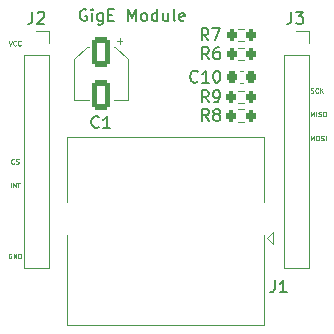
<source format=gbr>
%TF.GenerationSoftware,KiCad,Pcbnew,7.0.7*%
%TF.CreationDate,2023-10-05T19:12:10-06:00*%
%TF.ProjectId,GigE_Module,47696745-5f4d-46f6-9475-6c652e6b6963,rev?*%
%TF.SameCoordinates,Original*%
%TF.FileFunction,Legend,Top*%
%TF.FilePolarity,Positive*%
%FSLAX46Y46*%
G04 Gerber Fmt 4.6, Leading zero omitted, Abs format (unit mm)*
G04 Created by KiCad (PCBNEW 7.0.7) date 2023-10-05 19:12:10*
%MOMM*%
%LPD*%
G01*
G04 APERTURE LIST*
G04 Aperture macros list*
%AMRoundRect*
0 Rectangle with rounded corners*
0 $1 Rounding radius*
0 $2 $3 $4 $5 $6 $7 $8 $9 X,Y pos of 4 corners*
0 Add a 4 corners polygon primitive as box body*
4,1,4,$2,$3,$4,$5,$6,$7,$8,$9,$2,$3,0*
0 Add four circle primitives for the rounded corners*
1,1,$1+$1,$2,$3*
1,1,$1+$1,$4,$5*
1,1,$1+$1,$6,$7*
1,1,$1+$1,$8,$9*
0 Add four rect primitives between the rounded corners*
20,1,$1+$1,$2,$3,$4,$5,0*
20,1,$1+$1,$4,$5,$6,$7,0*
20,1,$1+$1,$6,$7,$8,$9,0*
20,1,$1+$1,$8,$9,$2,$3,0*%
G04 Aperture macros list end*
%ADD10C,0.100000*%
%ADD11C,0.150000*%
%ADD12C,0.120000*%
%ADD13C,3.250000*%
%ADD14R,1.500000X1.500000*%
%ADD15C,1.500000*%
%ADD16C,2.300000*%
%ADD17RoundRect,0.200000X-0.200000X-0.275000X0.200000X-0.275000X0.200000X0.275000X-0.200000X0.275000X0*%
%ADD18R,1.350000X1.350000*%
%ADD19O,1.350000X1.350000*%
%ADD20RoundRect,0.225000X-0.225000X-0.250000X0.225000X-0.250000X0.225000X0.250000X-0.225000X0.250000X0*%
%ADD21RoundRect,0.250000X-0.550000X1.050000X-0.550000X-1.050000X0.550000X-1.050000X0.550000X1.050000X0*%
G04 APERTURE END LIST*
D10*
X131645237Y-103858895D02*
X131607142Y-103839847D01*
X131607142Y-103839847D02*
X131549999Y-103839847D01*
X131549999Y-103839847D02*
X131492856Y-103858895D01*
X131492856Y-103858895D02*
X131454761Y-103896990D01*
X131454761Y-103896990D02*
X131435714Y-103935085D01*
X131435714Y-103935085D02*
X131416666Y-104011276D01*
X131416666Y-104011276D02*
X131416666Y-104068419D01*
X131416666Y-104068419D02*
X131435714Y-104144609D01*
X131435714Y-104144609D02*
X131454761Y-104182704D01*
X131454761Y-104182704D02*
X131492856Y-104220800D01*
X131492856Y-104220800D02*
X131549999Y-104239847D01*
X131549999Y-104239847D02*
X131588095Y-104239847D01*
X131588095Y-104239847D02*
X131645237Y-104220800D01*
X131645237Y-104220800D02*
X131664285Y-104201752D01*
X131664285Y-104201752D02*
X131664285Y-104068419D01*
X131664285Y-104068419D02*
X131588095Y-104068419D01*
X131835714Y-104239847D02*
X131835714Y-103839847D01*
X131835714Y-103839847D02*
X132064285Y-104239847D01*
X132064285Y-104239847D02*
X132064285Y-103839847D01*
X132254762Y-104239847D02*
X132254762Y-103839847D01*
X132254762Y-103839847D02*
X132350000Y-103839847D01*
X132350000Y-103839847D02*
X132407143Y-103858895D01*
X132407143Y-103858895D02*
X132445238Y-103896990D01*
X132445238Y-103896990D02*
X132464285Y-103935085D01*
X132464285Y-103935085D02*
X132483333Y-104011276D01*
X132483333Y-104011276D02*
X132483333Y-104068419D01*
X132483333Y-104068419D02*
X132464285Y-104144609D01*
X132464285Y-104144609D02*
X132445238Y-104182704D01*
X132445238Y-104182704D02*
X132407143Y-104220800D01*
X132407143Y-104220800D02*
X132350000Y-104239847D01*
X132350000Y-104239847D02*
X132254762Y-104239847D01*
X131588095Y-98239847D02*
X131588095Y-97839847D01*
X131778571Y-98239847D02*
X131778571Y-97839847D01*
X131778571Y-97839847D02*
X132007142Y-98239847D01*
X132007142Y-98239847D02*
X132007142Y-97839847D01*
X132140476Y-97839847D02*
X132369047Y-97839847D01*
X132254761Y-98239847D02*
X132254761Y-97839847D01*
X157005714Y-90220800D02*
X157062857Y-90239847D01*
X157062857Y-90239847D02*
X157158095Y-90239847D01*
X157158095Y-90239847D02*
X157196190Y-90220800D01*
X157196190Y-90220800D02*
X157215238Y-90201752D01*
X157215238Y-90201752D02*
X157234285Y-90163657D01*
X157234285Y-90163657D02*
X157234285Y-90125561D01*
X157234285Y-90125561D02*
X157215238Y-90087466D01*
X157215238Y-90087466D02*
X157196190Y-90068419D01*
X157196190Y-90068419D02*
X157158095Y-90049371D01*
X157158095Y-90049371D02*
X157081904Y-90030323D01*
X157081904Y-90030323D02*
X157043809Y-90011276D01*
X157043809Y-90011276D02*
X157024762Y-89992228D01*
X157024762Y-89992228D02*
X157005714Y-89954133D01*
X157005714Y-89954133D02*
X157005714Y-89916038D01*
X157005714Y-89916038D02*
X157024762Y-89877942D01*
X157024762Y-89877942D02*
X157043809Y-89858895D01*
X157043809Y-89858895D02*
X157081904Y-89839847D01*
X157081904Y-89839847D02*
X157177143Y-89839847D01*
X157177143Y-89839847D02*
X157234285Y-89858895D01*
X157634285Y-90201752D02*
X157615237Y-90220800D01*
X157615237Y-90220800D02*
X157558095Y-90239847D01*
X157558095Y-90239847D02*
X157519999Y-90239847D01*
X157519999Y-90239847D02*
X157462856Y-90220800D01*
X157462856Y-90220800D02*
X157424761Y-90182704D01*
X157424761Y-90182704D02*
X157405714Y-90144609D01*
X157405714Y-90144609D02*
X157386666Y-90068419D01*
X157386666Y-90068419D02*
X157386666Y-90011276D01*
X157386666Y-90011276D02*
X157405714Y-89935085D01*
X157405714Y-89935085D02*
X157424761Y-89896990D01*
X157424761Y-89896990D02*
X157462856Y-89858895D01*
X157462856Y-89858895D02*
X157519999Y-89839847D01*
X157519999Y-89839847D02*
X157558095Y-89839847D01*
X157558095Y-89839847D02*
X157615237Y-89858895D01*
X157615237Y-89858895D02*
X157634285Y-89877942D01*
X157805714Y-90239847D02*
X157805714Y-89839847D01*
X158034285Y-90239847D02*
X157862856Y-90011276D01*
X158034285Y-89839847D02*
X157805714Y-90068419D01*
D11*
X138009047Y-83192438D02*
X137913809Y-83144819D01*
X137913809Y-83144819D02*
X137770952Y-83144819D01*
X137770952Y-83144819D02*
X137628095Y-83192438D01*
X137628095Y-83192438D02*
X137532857Y-83287676D01*
X137532857Y-83287676D02*
X137485238Y-83382914D01*
X137485238Y-83382914D02*
X137437619Y-83573390D01*
X137437619Y-83573390D02*
X137437619Y-83716247D01*
X137437619Y-83716247D02*
X137485238Y-83906723D01*
X137485238Y-83906723D02*
X137532857Y-84001961D01*
X137532857Y-84001961D02*
X137628095Y-84097200D01*
X137628095Y-84097200D02*
X137770952Y-84144819D01*
X137770952Y-84144819D02*
X137866190Y-84144819D01*
X137866190Y-84144819D02*
X138009047Y-84097200D01*
X138009047Y-84097200D02*
X138056666Y-84049580D01*
X138056666Y-84049580D02*
X138056666Y-83716247D01*
X138056666Y-83716247D02*
X137866190Y-83716247D01*
X138485238Y-84144819D02*
X138485238Y-83478152D01*
X138485238Y-83144819D02*
X138437619Y-83192438D01*
X138437619Y-83192438D02*
X138485238Y-83240057D01*
X138485238Y-83240057D02*
X138532857Y-83192438D01*
X138532857Y-83192438D02*
X138485238Y-83144819D01*
X138485238Y-83144819D02*
X138485238Y-83240057D01*
X139389999Y-83478152D02*
X139389999Y-84287676D01*
X139389999Y-84287676D02*
X139342380Y-84382914D01*
X139342380Y-84382914D02*
X139294761Y-84430533D01*
X139294761Y-84430533D02*
X139199523Y-84478152D01*
X139199523Y-84478152D02*
X139056666Y-84478152D01*
X139056666Y-84478152D02*
X138961428Y-84430533D01*
X139389999Y-84097200D02*
X139294761Y-84144819D01*
X139294761Y-84144819D02*
X139104285Y-84144819D01*
X139104285Y-84144819D02*
X139009047Y-84097200D01*
X139009047Y-84097200D02*
X138961428Y-84049580D01*
X138961428Y-84049580D02*
X138913809Y-83954342D01*
X138913809Y-83954342D02*
X138913809Y-83668628D01*
X138913809Y-83668628D02*
X138961428Y-83573390D01*
X138961428Y-83573390D02*
X139009047Y-83525771D01*
X139009047Y-83525771D02*
X139104285Y-83478152D01*
X139104285Y-83478152D02*
X139294761Y-83478152D01*
X139294761Y-83478152D02*
X139389999Y-83525771D01*
X139866190Y-83621009D02*
X140199523Y-83621009D01*
X140342380Y-84144819D02*
X139866190Y-84144819D01*
X139866190Y-84144819D02*
X139866190Y-83144819D01*
X139866190Y-83144819D02*
X140342380Y-83144819D01*
X141532857Y-84144819D02*
X141532857Y-83144819D01*
X141532857Y-83144819D02*
X141866190Y-83859104D01*
X141866190Y-83859104D02*
X142199523Y-83144819D01*
X142199523Y-83144819D02*
X142199523Y-84144819D01*
X142818571Y-84144819D02*
X142723333Y-84097200D01*
X142723333Y-84097200D02*
X142675714Y-84049580D01*
X142675714Y-84049580D02*
X142628095Y-83954342D01*
X142628095Y-83954342D02*
X142628095Y-83668628D01*
X142628095Y-83668628D02*
X142675714Y-83573390D01*
X142675714Y-83573390D02*
X142723333Y-83525771D01*
X142723333Y-83525771D02*
X142818571Y-83478152D01*
X142818571Y-83478152D02*
X142961428Y-83478152D01*
X142961428Y-83478152D02*
X143056666Y-83525771D01*
X143056666Y-83525771D02*
X143104285Y-83573390D01*
X143104285Y-83573390D02*
X143151904Y-83668628D01*
X143151904Y-83668628D02*
X143151904Y-83954342D01*
X143151904Y-83954342D02*
X143104285Y-84049580D01*
X143104285Y-84049580D02*
X143056666Y-84097200D01*
X143056666Y-84097200D02*
X142961428Y-84144819D01*
X142961428Y-84144819D02*
X142818571Y-84144819D01*
X144009047Y-84144819D02*
X144009047Y-83144819D01*
X144009047Y-84097200D02*
X143913809Y-84144819D01*
X143913809Y-84144819D02*
X143723333Y-84144819D01*
X143723333Y-84144819D02*
X143628095Y-84097200D01*
X143628095Y-84097200D02*
X143580476Y-84049580D01*
X143580476Y-84049580D02*
X143532857Y-83954342D01*
X143532857Y-83954342D02*
X143532857Y-83668628D01*
X143532857Y-83668628D02*
X143580476Y-83573390D01*
X143580476Y-83573390D02*
X143628095Y-83525771D01*
X143628095Y-83525771D02*
X143723333Y-83478152D01*
X143723333Y-83478152D02*
X143913809Y-83478152D01*
X143913809Y-83478152D02*
X144009047Y-83525771D01*
X144913809Y-83478152D02*
X144913809Y-84144819D01*
X144485238Y-83478152D02*
X144485238Y-84001961D01*
X144485238Y-84001961D02*
X144532857Y-84097200D01*
X144532857Y-84097200D02*
X144628095Y-84144819D01*
X144628095Y-84144819D02*
X144770952Y-84144819D01*
X144770952Y-84144819D02*
X144866190Y-84097200D01*
X144866190Y-84097200D02*
X144913809Y-84049580D01*
X145532857Y-84144819D02*
X145437619Y-84097200D01*
X145437619Y-84097200D02*
X145390000Y-84001961D01*
X145390000Y-84001961D02*
X145390000Y-83144819D01*
X146294762Y-84097200D02*
X146199524Y-84144819D01*
X146199524Y-84144819D02*
X146009048Y-84144819D01*
X146009048Y-84144819D02*
X145913810Y-84097200D01*
X145913810Y-84097200D02*
X145866191Y-84001961D01*
X145866191Y-84001961D02*
X145866191Y-83621009D01*
X145866191Y-83621009D02*
X145913810Y-83525771D01*
X145913810Y-83525771D02*
X146009048Y-83478152D01*
X146009048Y-83478152D02*
X146199524Y-83478152D01*
X146199524Y-83478152D02*
X146294762Y-83525771D01*
X146294762Y-83525771D02*
X146342381Y-83621009D01*
X146342381Y-83621009D02*
X146342381Y-83716247D01*
X146342381Y-83716247D02*
X145866191Y-83811485D01*
D10*
X131883333Y-96201752D02*
X131864285Y-96220800D01*
X131864285Y-96220800D02*
X131807143Y-96239847D01*
X131807143Y-96239847D02*
X131769047Y-96239847D01*
X131769047Y-96239847D02*
X131711904Y-96220800D01*
X131711904Y-96220800D02*
X131673809Y-96182704D01*
X131673809Y-96182704D02*
X131654762Y-96144609D01*
X131654762Y-96144609D02*
X131635714Y-96068419D01*
X131635714Y-96068419D02*
X131635714Y-96011276D01*
X131635714Y-96011276D02*
X131654762Y-95935085D01*
X131654762Y-95935085D02*
X131673809Y-95896990D01*
X131673809Y-95896990D02*
X131711904Y-95858895D01*
X131711904Y-95858895D02*
X131769047Y-95839847D01*
X131769047Y-95839847D02*
X131807143Y-95839847D01*
X131807143Y-95839847D02*
X131864285Y-95858895D01*
X131864285Y-95858895D02*
X131883333Y-95877942D01*
X132035714Y-96220800D02*
X132092857Y-96239847D01*
X132092857Y-96239847D02*
X132188095Y-96239847D01*
X132188095Y-96239847D02*
X132226190Y-96220800D01*
X132226190Y-96220800D02*
X132245238Y-96201752D01*
X132245238Y-96201752D02*
X132264285Y-96163657D01*
X132264285Y-96163657D02*
X132264285Y-96125561D01*
X132264285Y-96125561D02*
X132245238Y-96087466D01*
X132245238Y-96087466D02*
X132226190Y-96068419D01*
X132226190Y-96068419D02*
X132188095Y-96049371D01*
X132188095Y-96049371D02*
X132111904Y-96030323D01*
X132111904Y-96030323D02*
X132073809Y-96011276D01*
X132073809Y-96011276D02*
X132054762Y-95992228D01*
X132054762Y-95992228D02*
X132035714Y-95954133D01*
X132035714Y-95954133D02*
X132035714Y-95916038D01*
X132035714Y-95916038D02*
X132054762Y-95877942D01*
X132054762Y-95877942D02*
X132073809Y-95858895D01*
X132073809Y-95858895D02*
X132111904Y-95839847D01*
X132111904Y-95839847D02*
X132207143Y-95839847D01*
X132207143Y-95839847D02*
X132264285Y-95858895D01*
X131416667Y-85829847D02*
X131550000Y-86229847D01*
X131550000Y-86229847D02*
X131683333Y-85829847D01*
X132045238Y-86191752D02*
X132026190Y-86210800D01*
X132026190Y-86210800D02*
X131969048Y-86229847D01*
X131969048Y-86229847D02*
X131930952Y-86229847D01*
X131930952Y-86229847D02*
X131873809Y-86210800D01*
X131873809Y-86210800D02*
X131835714Y-86172704D01*
X131835714Y-86172704D02*
X131816667Y-86134609D01*
X131816667Y-86134609D02*
X131797619Y-86058419D01*
X131797619Y-86058419D02*
X131797619Y-86001276D01*
X131797619Y-86001276D02*
X131816667Y-85925085D01*
X131816667Y-85925085D02*
X131835714Y-85886990D01*
X131835714Y-85886990D02*
X131873809Y-85848895D01*
X131873809Y-85848895D02*
X131930952Y-85829847D01*
X131930952Y-85829847D02*
X131969048Y-85829847D01*
X131969048Y-85829847D02*
X132026190Y-85848895D01*
X132026190Y-85848895D02*
X132045238Y-85867942D01*
X132445238Y-86191752D02*
X132426190Y-86210800D01*
X132426190Y-86210800D02*
X132369048Y-86229847D01*
X132369048Y-86229847D02*
X132330952Y-86229847D01*
X132330952Y-86229847D02*
X132273809Y-86210800D01*
X132273809Y-86210800D02*
X132235714Y-86172704D01*
X132235714Y-86172704D02*
X132216667Y-86134609D01*
X132216667Y-86134609D02*
X132197619Y-86058419D01*
X132197619Y-86058419D02*
X132197619Y-86001276D01*
X132197619Y-86001276D02*
X132216667Y-85925085D01*
X132216667Y-85925085D02*
X132235714Y-85886990D01*
X132235714Y-85886990D02*
X132273809Y-85848895D01*
X132273809Y-85848895D02*
X132330952Y-85829847D01*
X132330952Y-85829847D02*
X132369048Y-85829847D01*
X132369048Y-85829847D02*
X132426190Y-85848895D01*
X132426190Y-85848895D02*
X132445238Y-85867942D01*
X157011429Y-92229847D02*
X157011429Y-91829847D01*
X157011429Y-91829847D02*
X157144762Y-92115561D01*
X157144762Y-92115561D02*
X157278095Y-91829847D01*
X157278095Y-91829847D02*
X157278095Y-92229847D01*
X157468572Y-92229847D02*
X157468572Y-91829847D01*
X157640000Y-92210800D02*
X157697143Y-92229847D01*
X157697143Y-92229847D02*
X157792381Y-92229847D01*
X157792381Y-92229847D02*
X157830476Y-92210800D01*
X157830476Y-92210800D02*
X157849524Y-92191752D01*
X157849524Y-92191752D02*
X157868571Y-92153657D01*
X157868571Y-92153657D02*
X157868571Y-92115561D01*
X157868571Y-92115561D02*
X157849524Y-92077466D01*
X157849524Y-92077466D02*
X157830476Y-92058419D01*
X157830476Y-92058419D02*
X157792381Y-92039371D01*
X157792381Y-92039371D02*
X157716190Y-92020323D01*
X157716190Y-92020323D02*
X157678095Y-92001276D01*
X157678095Y-92001276D02*
X157659048Y-91982228D01*
X157659048Y-91982228D02*
X157640000Y-91944133D01*
X157640000Y-91944133D02*
X157640000Y-91906038D01*
X157640000Y-91906038D02*
X157659048Y-91867942D01*
X157659048Y-91867942D02*
X157678095Y-91848895D01*
X157678095Y-91848895D02*
X157716190Y-91829847D01*
X157716190Y-91829847D02*
X157811429Y-91829847D01*
X157811429Y-91829847D02*
X157868571Y-91848895D01*
X158116190Y-91829847D02*
X158192381Y-91829847D01*
X158192381Y-91829847D02*
X158230476Y-91848895D01*
X158230476Y-91848895D02*
X158268571Y-91886990D01*
X158268571Y-91886990D02*
X158287619Y-91963180D01*
X158287619Y-91963180D02*
X158287619Y-92096514D01*
X158287619Y-92096514D02*
X158268571Y-92172704D01*
X158268571Y-92172704D02*
X158230476Y-92210800D01*
X158230476Y-92210800D02*
X158192381Y-92229847D01*
X158192381Y-92229847D02*
X158116190Y-92229847D01*
X158116190Y-92229847D02*
X158078095Y-92210800D01*
X158078095Y-92210800D02*
X158040000Y-92172704D01*
X158040000Y-92172704D02*
X158020952Y-92096514D01*
X158020952Y-92096514D02*
X158020952Y-91963180D01*
X158020952Y-91963180D02*
X158040000Y-91886990D01*
X158040000Y-91886990D02*
X158078095Y-91848895D01*
X158078095Y-91848895D02*
X158116190Y-91829847D01*
X157011429Y-94269847D02*
X157011429Y-93869847D01*
X157011429Y-93869847D02*
X157144762Y-94155561D01*
X157144762Y-94155561D02*
X157278095Y-93869847D01*
X157278095Y-93869847D02*
X157278095Y-94269847D01*
X157544762Y-93869847D02*
X157620953Y-93869847D01*
X157620953Y-93869847D02*
X157659048Y-93888895D01*
X157659048Y-93888895D02*
X157697143Y-93926990D01*
X157697143Y-93926990D02*
X157716191Y-94003180D01*
X157716191Y-94003180D02*
X157716191Y-94136514D01*
X157716191Y-94136514D02*
X157697143Y-94212704D01*
X157697143Y-94212704D02*
X157659048Y-94250800D01*
X157659048Y-94250800D02*
X157620953Y-94269847D01*
X157620953Y-94269847D02*
X157544762Y-94269847D01*
X157544762Y-94269847D02*
X157506667Y-94250800D01*
X157506667Y-94250800D02*
X157468572Y-94212704D01*
X157468572Y-94212704D02*
X157449524Y-94136514D01*
X157449524Y-94136514D02*
X157449524Y-94003180D01*
X157449524Y-94003180D02*
X157468572Y-93926990D01*
X157468572Y-93926990D02*
X157506667Y-93888895D01*
X157506667Y-93888895D02*
X157544762Y-93869847D01*
X157868572Y-94250800D02*
X157925715Y-94269847D01*
X157925715Y-94269847D02*
X158020953Y-94269847D01*
X158020953Y-94269847D02*
X158059048Y-94250800D01*
X158059048Y-94250800D02*
X158078096Y-94231752D01*
X158078096Y-94231752D02*
X158097143Y-94193657D01*
X158097143Y-94193657D02*
X158097143Y-94155561D01*
X158097143Y-94155561D02*
X158078096Y-94117466D01*
X158078096Y-94117466D02*
X158059048Y-94098419D01*
X158059048Y-94098419D02*
X158020953Y-94079371D01*
X158020953Y-94079371D02*
X157944762Y-94060323D01*
X157944762Y-94060323D02*
X157906667Y-94041276D01*
X157906667Y-94041276D02*
X157887620Y-94022228D01*
X157887620Y-94022228D02*
X157868572Y-93984133D01*
X157868572Y-93984133D02*
X157868572Y-93946038D01*
X157868572Y-93946038D02*
X157887620Y-93907942D01*
X157887620Y-93907942D02*
X157906667Y-93888895D01*
X157906667Y-93888895D02*
X157944762Y-93869847D01*
X157944762Y-93869847D02*
X158040001Y-93869847D01*
X158040001Y-93869847D02*
X158097143Y-93888895D01*
X158268572Y-94269847D02*
X158268572Y-93869847D01*
D11*
X153966666Y-106104819D02*
X153966666Y-106819104D01*
X153966666Y-106819104D02*
X153919047Y-106961961D01*
X153919047Y-106961961D02*
X153823809Y-107057200D01*
X153823809Y-107057200D02*
X153680952Y-107104819D01*
X153680952Y-107104819D02*
X153585714Y-107104819D01*
X154966666Y-107104819D02*
X154395238Y-107104819D01*
X154680952Y-107104819D02*
X154680952Y-106104819D01*
X154680952Y-106104819D02*
X154585714Y-106247676D01*
X154585714Y-106247676D02*
X154490476Y-106342914D01*
X154490476Y-106342914D02*
X154395238Y-106390533D01*
X148333333Y-85784819D02*
X148000000Y-85308628D01*
X147761905Y-85784819D02*
X147761905Y-84784819D01*
X147761905Y-84784819D02*
X148142857Y-84784819D01*
X148142857Y-84784819D02*
X148238095Y-84832438D01*
X148238095Y-84832438D02*
X148285714Y-84880057D01*
X148285714Y-84880057D02*
X148333333Y-84975295D01*
X148333333Y-84975295D02*
X148333333Y-85118152D01*
X148333333Y-85118152D02*
X148285714Y-85213390D01*
X148285714Y-85213390D02*
X148238095Y-85261009D01*
X148238095Y-85261009D02*
X148142857Y-85308628D01*
X148142857Y-85308628D02*
X147761905Y-85308628D01*
X148666667Y-84784819D02*
X149333333Y-84784819D01*
X149333333Y-84784819D02*
X148904762Y-85784819D01*
X148383333Y-87384819D02*
X148050000Y-86908628D01*
X147811905Y-87384819D02*
X147811905Y-86384819D01*
X147811905Y-86384819D02*
X148192857Y-86384819D01*
X148192857Y-86384819D02*
X148288095Y-86432438D01*
X148288095Y-86432438D02*
X148335714Y-86480057D01*
X148335714Y-86480057D02*
X148383333Y-86575295D01*
X148383333Y-86575295D02*
X148383333Y-86718152D01*
X148383333Y-86718152D02*
X148335714Y-86813390D01*
X148335714Y-86813390D02*
X148288095Y-86861009D01*
X148288095Y-86861009D02*
X148192857Y-86908628D01*
X148192857Y-86908628D02*
X147811905Y-86908628D01*
X149240476Y-86384819D02*
X149050000Y-86384819D01*
X149050000Y-86384819D02*
X148954762Y-86432438D01*
X148954762Y-86432438D02*
X148907143Y-86480057D01*
X148907143Y-86480057D02*
X148811905Y-86622914D01*
X148811905Y-86622914D02*
X148764286Y-86813390D01*
X148764286Y-86813390D02*
X148764286Y-87194342D01*
X148764286Y-87194342D02*
X148811905Y-87289580D01*
X148811905Y-87289580D02*
X148859524Y-87337200D01*
X148859524Y-87337200D02*
X148954762Y-87384819D01*
X148954762Y-87384819D02*
X149145238Y-87384819D01*
X149145238Y-87384819D02*
X149240476Y-87337200D01*
X149240476Y-87337200D02*
X149288095Y-87289580D01*
X149288095Y-87289580D02*
X149335714Y-87194342D01*
X149335714Y-87194342D02*
X149335714Y-86956247D01*
X149335714Y-86956247D02*
X149288095Y-86861009D01*
X149288095Y-86861009D02*
X149240476Y-86813390D01*
X149240476Y-86813390D02*
X149145238Y-86765771D01*
X149145238Y-86765771D02*
X148954762Y-86765771D01*
X148954762Y-86765771D02*
X148859524Y-86813390D01*
X148859524Y-86813390D02*
X148811905Y-86861009D01*
X148811905Y-86861009D02*
X148764286Y-86956247D01*
X148363333Y-91034819D02*
X148030000Y-90558628D01*
X147791905Y-91034819D02*
X147791905Y-90034819D01*
X147791905Y-90034819D02*
X148172857Y-90034819D01*
X148172857Y-90034819D02*
X148268095Y-90082438D01*
X148268095Y-90082438D02*
X148315714Y-90130057D01*
X148315714Y-90130057D02*
X148363333Y-90225295D01*
X148363333Y-90225295D02*
X148363333Y-90368152D01*
X148363333Y-90368152D02*
X148315714Y-90463390D01*
X148315714Y-90463390D02*
X148268095Y-90511009D01*
X148268095Y-90511009D02*
X148172857Y-90558628D01*
X148172857Y-90558628D02*
X147791905Y-90558628D01*
X148839524Y-91034819D02*
X149030000Y-91034819D01*
X149030000Y-91034819D02*
X149125238Y-90987200D01*
X149125238Y-90987200D02*
X149172857Y-90939580D01*
X149172857Y-90939580D02*
X149268095Y-90796723D01*
X149268095Y-90796723D02*
X149315714Y-90606247D01*
X149315714Y-90606247D02*
X149315714Y-90225295D01*
X149315714Y-90225295D02*
X149268095Y-90130057D01*
X149268095Y-90130057D02*
X149220476Y-90082438D01*
X149220476Y-90082438D02*
X149125238Y-90034819D01*
X149125238Y-90034819D02*
X148934762Y-90034819D01*
X148934762Y-90034819D02*
X148839524Y-90082438D01*
X148839524Y-90082438D02*
X148791905Y-90130057D01*
X148791905Y-90130057D02*
X148744286Y-90225295D01*
X148744286Y-90225295D02*
X148744286Y-90463390D01*
X148744286Y-90463390D02*
X148791905Y-90558628D01*
X148791905Y-90558628D02*
X148839524Y-90606247D01*
X148839524Y-90606247D02*
X148934762Y-90653866D01*
X148934762Y-90653866D02*
X149125238Y-90653866D01*
X149125238Y-90653866D02*
X149220476Y-90606247D01*
X149220476Y-90606247D02*
X149268095Y-90558628D01*
X149268095Y-90558628D02*
X149315714Y-90463390D01*
X155356666Y-83379819D02*
X155356666Y-84094104D01*
X155356666Y-84094104D02*
X155309047Y-84236961D01*
X155309047Y-84236961D02*
X155213809Y-84332200D01*
X155213809Y-84332200D02*
X155070952Y-84379819D01*
X155070952Y-84379819D02*
X154975714Y-84379819D01*
X155737619Y-83379819D02*
X156356666Y-83379819D01*
X156356666Y-83379819D02*
X156023333Y-83760771D01*
X156023333Y-83760771D02*
X156166190Y-83760771D01*
X156166190Y-83760771D02*
X156261428Y-83808390D01*
X156261428Y-83808390D02*
X156309047Y-83856009D01*
X156309047Y-83856009D02*
X156356666Y-83951247D01*
X156356666Y-83951247D02*
X156356666Y-84189342D01*
X156356666Y-84189342D02*
X156309047Y-84284580D01*
X156309047Y-84284580D02*
X156261428Y-84332200D01*
X156261428Y-84332200D02*
X156166190Y-84379819D01*
X156166190Y-84379819D02*
X155880476Y-84379819D01*
X155880476Y-84379819D02*
X155785238Y-84332200D01*
X155785238Y-84332200D02*
X155737619Y-84284580D01*
X133438666Y-83379819D02*
X133438666Y-84094104D01*
X133438666Y-84094104D02*
X133391047Y-84236961D01*
X133391047Y-84236961D02*
X133295809Y-84332200D01*
X133295809Y-84332200D02*
X133152952Y-84379819D01*
X133152952Y-84379819D02*
X133057714Y-84379819D01*
X133867238Y-83475057D02*
X133914857Y-83427438D01*
X133914857Y-83427438D02*
X134010095Y-83379819D01*
X134010095Y-83379819D02*
X134248190Y-83379819D01*
X134248190Y-83379819D02*
X134343428Y-83427438D01*
X134343428Y-83427438D02*
X134391047Y-83475057D01*
X134391047Y-83475057D02*
X134438666Y-83570295D01*
X134438666Y-83570295D02*
X134438666Y-83665533D01*
X134438666Y-83665533D02*
X134391047Y-83808390D01*
X134391047Y-83808390D02*
X133819619Y-84379819D01*
X133819619Y-84379819D02*
X134438666Y-84379819D01*
X147427142Y-89269580D02*
X147379523Y-89317200D01*
X147379523Y-89317200D02*
X147236666Y-89364819D01*
X147236666Y-89364819D02*
X147141428Y-89364819D01*
X147141428Y-89364819D02*
X146998571Y-89317200D01*
X146998571Y-89317200D02*
X146903333Y-89221961D01*
X146903333Y-89221961D02*
X146855714Y-89126723D01*
X146855714Y-89126723D02*
X146808095Y-88936247D01*
X146808095Y-88936247D02*
X146808095Y-88793390D01*
X146808095Y-88793390D02*
X146855714Y-88602914D01*
X146855714Y-88602914D02*
X146903333Y-88507676D01*
X146903333Y-88507676D02*
X146998571Y-88412438D01*
X146998571Y-88412438D02*
X147141428Y-88364819D01*
X147141428Y-88364819D02*
X147236666Y-88364819D01*
X147236666Y-88364819D02*
X147379523Y-88412438D01*
X147379523Y-88412438D02*
X147427142Y-88460057D01*
X148379523Y-89364819D02*
X147808095Y-89364819D01*
X148093809Y-89364819D02*
X148093809Y-88364819D01*
X148093809Y-88364819D02*
X147998571Y-88507676D01*
X147998571Y-88507676D02*
X147903333Y-88602914D01*
X147903333Y-88602914D02*
X147808095Y-88650533D01*
X148998571Y-88364819D02*
X149093809Y-88364819D01*
X149093809Y-88364819D02*
X149189047Y-88412438D01*
X149189047Y-88412438D02*
X149236666Y-88460057D01*
X149236666Y-88460057D02*
X149284285Y-88555295D01*
X149284285Y-88555295D02*
X149331904Y-88745771D01*
X149331904Y-88745771D02*
X149331904Y-88983866D01*
X149331904Y-88983866D02*
X149284285Y-89174342D01*
X149284285Y-89174342D02*
X149236666Y-89269580D01*
X149236666Y-89269580D02*
X149189047Y-89317200D01*
X149189047Y-89317200D02*
X149093809Y-89364819D01*
X149093809Y-89364819D02*
X148998571Y-89364819D01*
X148998571Y-89364819D02*
X148903333Y-89317200D01*
X148903333Y-89317200D02*
X148855714Y-89269580D01*
X148855714Y-89269580D02*
X148808095Y-89174342D01*
X148808095Y-89174342D02*
X148760476Y-88983866D01*
X148760476Y-88983866D02*
X148760476Y-88745771D01*
X148760476Y-88745771D02*
X148808095Y-88555295D01*
X148808095Y-88555295D02*
X148855714Y-88460057D01*
X148855714Y-88460057D02*
X148903333Y-88412438D01*
X148903333Y-88412438D02*
X148998571Y-88364819D01*
X139053333Y-93119580D02*
X139005714Y-93167200D01*
X139005714Y-93167200D02*
X138862857Y-93214819D01*
X138862857Y-93214819D02*
X138767619Y-93214819D01*
X138767619Y-93214819D02*
X138624762Y-93167200D01*
X138624762Y-93167200D02*
X138529524Y-93071961D01*
X138529524Y-93071961D02*
X138481905Y-92976723D01*
X138481905Y-92976723D02*
X138434286Y-92786247D01*
X138434286Y-92786247D02*
X138434286Y-92643390D01*
X138434286Y-92643390D02*
X138481905Y-92452914D01*
X138481905Y-92452914D02*
X138529524Y-92357676D01*
X138529524Y-92357676D02*
X138624762Y-92262438D01*
X138624762Y-92262438D02*
X138767619Y-92214819D01*
X138767619Y-92214819D02*
X138862857Y-92214819D01*
X138862857Y-92214819D02*
X139005714Y-92262438D01*
X139005714Y-92262438D02*
X139053333Y-92310057D01*
X140005714Y-93214819D02*
X139434286Y-93214819D01*
X139720000Y-93214819D02*
X139720000Y-92214819D01*
X139720000Y-92214819D02*
X139624762Y-92357676D01*
X139624762Y-92357676D02*
X139529524Y-92452914D01*
X139529524Y-92452914D02*
X139434286Y-92500533D01*
X148373333Y-92614819D02*
X148040000Y-92138628D01*
X147801905Y-92614819D02*
X147801905Y-91614819D01*
X147801905Y-91614819D02*
X148182857Y-91614819D01*
X148182857Y-91614819D02*
X148278095Y-91662438D01*
X148278095Y-91662438D02*
X148325714Y-91710057D01*
X148325714Y-91710057D02*
X148373333Y-91805295D01*
X148373333Y-91805295D02*
X148373333Y-91948152D01*
X148373333Y-91948152D02*
X148325714Y-92043390D01*
X148325714Y-92043390D02*
X148278095Y-92091009D01*
X148278095Y-92091009D02*
X148182857Y-92138628D01*
X148182857Y-92138628D02*
X147801905Y-92138628D01*
X148944762Y-92043390D02*
X148849524Y-91995771D01*
X148849524Y-91995771D02*
X148801905Y-91948152D01*
X148801905Y-91948152D02*
X148754286Y-91852914D01*
X148754286Y-91852914D02*
X148754286Y-91805295D01*
X148754286Y-91805295D02*
X148801905Y-91710057D01*
X148801905Y-91710057D02*
X148849524Y-91662438D01*
X148849524Y-91662438D02*
X148944762Y-91614819D01*
X148944762Y-91614819D02*
X149135238Y-91614819D01*
X149135238Y-91614819D02*
X149230476Y-91662438D01*
X149230476Y-91662438D02*
X149278095Y-91710057D01*
X149278095Y-91710057D02*
X149325714Y-91805295D01*
X149325714Y-91805295D02*
X149325714Y-91852914D01*
X149325714Y-91852914D02*
X149278095Y-91948152D01*
X149278095Y-91948152D02*
X149230476Y-91995771D01*
X149230476Y-91995771D02*
X149135238Y-92043390D01*
X149135238Y-92043390D02*
X148944762Y-92043390D01*
X148944762Y-92043390D02*
X148849524Y-92091009D01*
X148849524Y-92091009D02*
X148801905Y-92138628D01*
X148801905Y-92138628D02*
X148754286Y-92233866D01*
X148754286Y-92233866D02*
X148754286Y-92424342D01*
X148754286Y-92424342D02*
X148801905Y-92519580D01*
X148801905Y-92519580D02*
X148849524Y-92567200D01*
X148849524Y-92567200D02*
X148944762Y-92614819D01*
X148944762Y-92614819D02*
X149135238Y-92614819D01*
X149135238Y-92614819D02*
X149230476Y-92567200D01*
X149230476Y-92567200D02*
X149278095Y-92519580D01*
X149278095Y-92519580D02*
X149325714Y-92424342D01*
X149325714Y-92424342D02*
X149325714Y-92233866D01*
X149325714Y-92233866D02*
X149278095Y-92138628D01*
X149278095Y-92138628D02*
X149230476Y-92091009D01*
X149230476Y-92091009D02*
X149135238Y-92043390D01*
D12*
%TO.C,J1*%
X153770000Y-103010000D02*
X153270000Y-102510000D01*
X153770000Y-102010000D02*
X153770000Y-103010000D01*
X153270000Y-102510000D02*
X153770000Y-102010000D01*
X153075000Y-109920000D02*
X153075000Y-102310000D01*
X153075000Y-109920000D02*
X136345000Y-109920000D01*
X153075000Y-93950000D02*
X153075000Y-99510000D01*
X153075000Y-93950000D02*
X136345000Y-93950000D01*
X136345000Y-109920000D02*
X136345000Y-102310000D01*
X136345000Y-93950000D02*
X136345000Y-99510000D01*
%TO.C,R7*%
X150882742Y-84807500D02*
X151357258Y-84807500D01*
X150882742Y-85852500D02*
X151357258Y-85852500D01*
%TO.C,R6*%
X150882742Y-86407500D02*
X151357258Y-86407500D01*
X150882742Y-87452500D02*
X151357258Y-87452500D01*
%TO.C,R9*%
X150872742Y-90057500D02*
X151347258Y-90057500D01*
X150872742Y-91102500D02*
X151347258Y-91102500D01*
%TO.C,J3*%
X154712000Y-87025000D02*
X154712000Y-105085000D01*
X154712000Y-87025000D02*
X156832000Y-87025000D01*
X154712000Y-105085000D02*
X156832000Y-105085000D01*
X155772000Y-84965000D02*
X156832000Y-84965000D01*
X156832000Y-84965000D02*
X156832000Y-86025000D01*
X156832000Y-87025000D02*
X156832000Y-105085000D01*
%TO.C,J2*%
X132712000Y-87025000D02*
X132712000Y-105085000D01*
X132712000Y-87025000D02*
X134832000Y-87025000D01*
X132712000Y-105085000D02*
X134832000Y-105085000D01*
X133772000Y-84965000D02*
X134832000Y-84965000D01*
X134832000Y-84965000D02*
X134832000Y-86025000D01*
X134832000Y-87025000D02*
X134832000Y-105085000D01*
%TO.C,C10*%
X150991920Y-88390000D02*
X151273080Y-88390000D01*
X150991920Y-89410000D02*
X151273080Y-89410000D01*
%TO.C,C1*%
X140810000Y-85600000D02*
X140810000Y-86100000D01*
X141060000Y-85850000D02*
X140560000Y-85850000D01*
X140445563Y-86340000D02*
X140310000Y-86340000D01*
X140445563Y-86340000D02*
X141510000Y-87404437D01*
X138054437Y-86340000D02*
X138190000Y-86340000D01*
X138054437Y-86340000D02*
X136990000Y-87404437D01*
X141510000Y-87404437D02*
X141510000Y-90860000D01*
X136990000Y-87404437D02*
X136990000Y-90860000D01*
X141510000Y-90860000D02*
X140310000Y-90860000D01*
X136990000Y-90860000D02*
X138190000Y-90860000D01*
%TO.C,R8*%
X150872742Y-91637500D02*
X151347258Y-91637500D01*
X150872742Y-92682500D02*
X151347258Y-92682500D01*
%TD*%
%LPC*%
D13*
%TO.C,J1*%
X151060000Y-104350000D03*
X138360000Y-104350000D03*
D14*
X148270000Y-101810000D03*
D15*
X147254000Y-100030000D03*
X146238000Y-101810000D03*
X145222000Y-100030000D03*
X144206000Y-101810000D03*
X143190000Y-100030000D03*
X142174000Y-101810000D03*
X141158000Y-100030000D03*
X151570000Y-95210000D03*
X149280000Y-95210000D03*
X140140000Y-95210000D03*
X137850000Y-95210000D03*
D16*
X152840000Y-100920000D03*
X136580000Y-100920000D03*
%TD*%
D17*
%TO.C,R7*%
X150295000Y-85330000D03*
X151945000Y-85330000D03*
%TD*%
%TO.C,R6*%
X150295000Y-86930000D03*
X151945000Y-86930000D03*
%TD*%
%TO.C,R9*%
X150285000Y-90580000D03*
X151935000Y-90580000D03*
%TD*%
D18*
%TO.C,J3*%
X155772000Y-86025000D03*
D19*
X155772000Y-88025000D03*
X155772000Y-90025000D03*
X155772000Y-92025000D03*
X155772000Y-94025000D03*
X155772000Y-96025000D03*
X155772000Y-98025000D03*
X155772000Y-100025000D03*
X155772000Y-102025000D03*
X155772000Y-104025000D03*
%TD*%
D18*
%TO.C,J2*%
X133772000Y-86025000D03*
D19*
X133772000Y-88025000D03*
X133772000Y-90025000D03*
X133772000Y-92025000D03*
X133772000Y-94025000D03*
X133772000Y-96025000D03*
X133772000Y-98025000D03*
X133772000Y-100025000D03*
X133772000Y-102025000D03*
X133772000Y-104025000D03*
%TD*%
D20*
%TO.C,C10*%
X150357500Y-88900000D03*
X151907500Y-88900000D03*
%TD*%
D21*
%TO.C,C1*%
X139250000Y-86800000D03*
X139250000Y-90400000D03*
%TD*%
D17*
%TO.C,R8*%
X150285000Y-92160000D03*
X151935000Y-92160000D03*
%TD*%
%LPD*%
M02*

</source>
